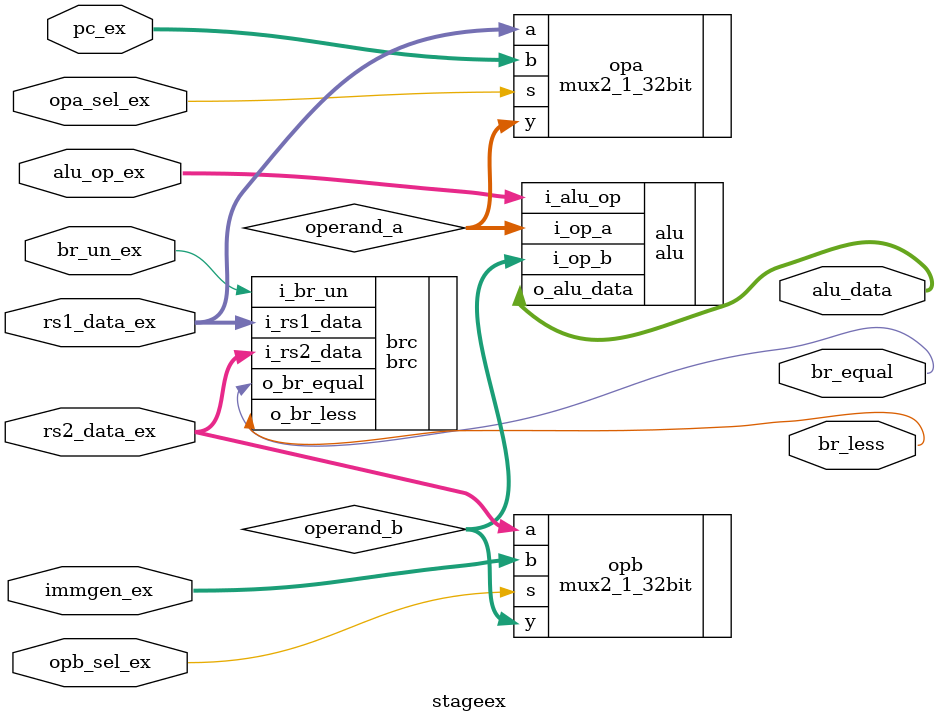
<source format=sv>
module stageex (
		input logic br_un_ex, opa_sel_ex, opb_sel_ex,
		input logic [31:0] pc_ex, rs1_data_ex, rs2_data_ex, immgen_ex,
		input logic [3:0] alu_op_ex,
		
		output logic br_less, br_equal,
		output logic [31:0] alu_data
);
		logic [31:0] operand_a, operand_b;
   // Branch comparison logic
    brc brc (
        .i_rs1_data      (rs1_data_ex),
        .i_rs2_data      (rs2_data_ex),
        .i_br_un         (br_un_ex),
        .o_br_less       (br_less),
        .o_br_equal      (br_equal)
    );
	     // ALU operation
    alu alu (
        .i_op_a      (operand_a),
        .i_op_b      (operand_b),
        .i_alu_op    (alu_op_ex),
        .o_alu_data  (alu_data)
    );

    // Operand selection
    mux2_1_32bit opa (
        .a (rs1_data_ex),
        .b (pc_ex),
        .s (opa_sel_ex),
        .y (operand_a)
    );

    mux2_1_32bit opb (
        .a (rs2_data_ex),
        .b (immgen_ex),
        .s (opb_sel_ex),
        .y (operand_b)
    );
endmodule

</source>
